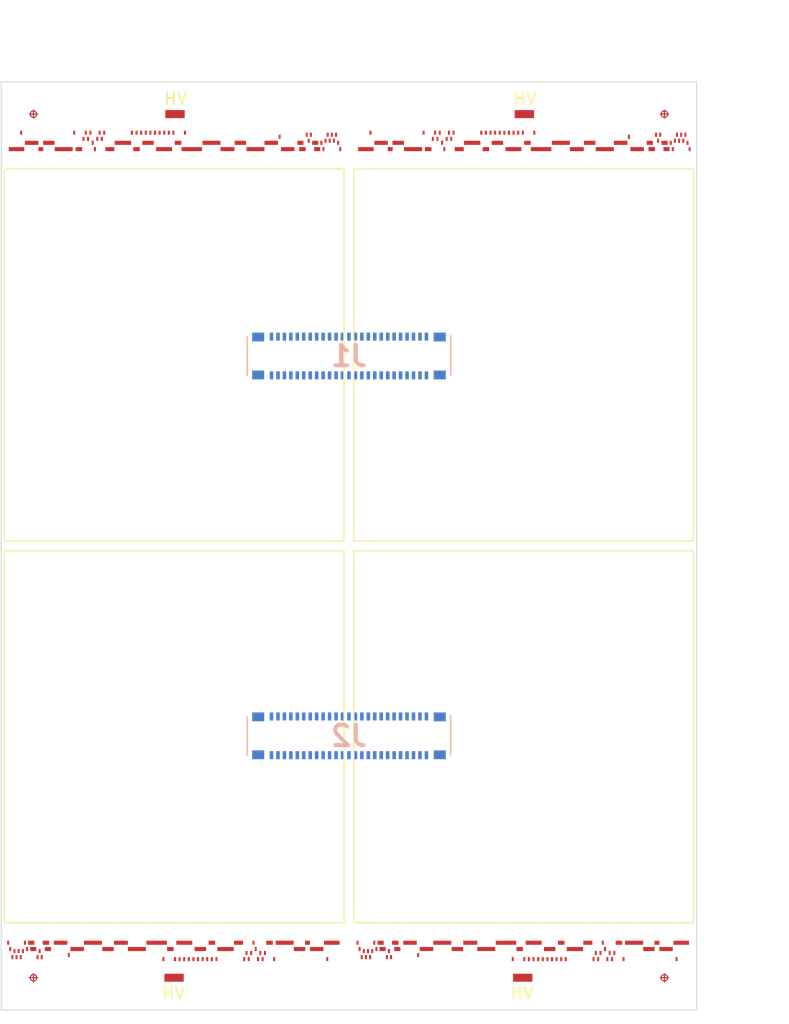
<source format=kicad_pcb>
(kicad_pcb (version 20211014) (generator pcbnew)
  (layers (0 "F.Cu" signal) (31 "B.Cu" signal) (34 "B.Paste" user) (35 "F.Paste" user) (36 "B.SilkS" user "B.Silkscreen") (37 "F.SilkS" user "F.Silkscreen") (38 "B.Mask" user) (39 "F.Mask" user) (44 "Edge.Cuts" user))
  (net 0 "")
  (net 1 "Net-(J1-PadMP4)")
  (net 2 "Net-(J1-PadMP3)")
  (net 3 "Net-(J1-PadMP2)")
  (net 4 "Net-(J1-PadMP1)")
  (net 5 "/01_N")
  (net 6 "/01_P")
  (net 7 "/11_P")
  (net 8 "/11_N")
  (net 9 "/10_P")
  (net 10 "/10_N")
  (net 11 "/09_P")
  (net 12 "/09_N")
  (net 13 "/08_P")
  (net 14 "/08_N")
  (net 15 "/07_P")
  (net 16 "/07_N")
  (net 17 "/06_P")
  (net 18 "/06_N")
  (net 19 "/05_P")
  (net 20 "/05_N")
  (net 21 "/04_P")
  (net 22 "/04_N")
  (net 23 "/03_P")
  (net 24 "/03_N")
  (net 25 "/02_P")
  (net 26 "/02_N")
  (net 27 "/12_P")
  (net 28 "/12_N")
  (net 29 "/13_P")
  (net 30 "/13_N")
  (net 31 "/24_P")
  (net 32 "/24_N")
  (net 33 "/23_P")
  (net 34 "/23_N")
  (net 35 "/22_P")
  (net 36 "/22_N")
  (net 37 "/21_P")
  (net 38 "/21_N")
  (net 39 "/20_P")
  (net 40 "/20_N")
  (net 41 "/19_P")
  (net 42 "/19_N")
  (net 43 "/18_P")
  (net 44 "/18_N")
  (net 45 "/17_P")
  (net 46 "/17_N")
  (net 47 "/16_P")
  (net 48 "/16_N")
  (net 49 "/15_P")
  (net 50 "/15_N")
  (net 51 "/14_P")
  (net 52 "/14_N")
  (net 53 "/30_N")
  (net 54 "/30_P")
  (net 55 "/28_N")
  (net 56 "/28_P")
  (net 57 "/27_N")
  (net 58 "/27_P")
  (net 59 "/26_N")
  (net 60 "/26_P")
  (net 61 "/49_N")
  (net 62 "/49_P")
  (net 63 "/48_N")
  (net 64 "/48_P")
  (net 65 "/47_N")
  (net 66 "/47_P")
  (net 67 "/46_N")
  (net 68 "/46_P")
  (net 69 "/45_N")
  (net 70 "/45_P")
  (net 71 "/44_N")
  (net 72 "/44_P")
  (net 73 "/43_N")
  (net 74 "/43_P")
  (net 75 "/42_N")
  (net 76 "/42_P")
  (net 77 "/41_N")
  (net 78 "/41_P")
  (net 79 "/40_N")
  (net 80 "/40_P")
  (net 81 "/39_N")
  (net 82 "/39_P")
  (net 83 "/38_N")
  (net 84 "/38_P")
  (net 85 "/37_N")
  (net 86 "/37_P")
  (net 87 "/36_N")
  (net 88 "/36_P")
  (net 89 "/35_N")
  (net 90 "/35_P")
  (net 91 "/34_N")
  (net 92 "/34_P")
  (net 93 "/33_N")
  (net 94 "/33_P")
  (net 95 "/32_N")
  (net 96 "/32_P")
  (net 97 "/31_N")
  (net 98 "/31_P")
  (net 99 "/29_N")
  (net 100 "/29_P")
  (net 101 "/S2")
  (net 102 "/S1")
  (net 103 "Net-(J2-PadMP4)")
  (net 104 "Net-(J2-PadMP3)")
  (net 105 "Net-(J2-PadMP2)")
  (net 106 "Net-(J2-PadMP1)")
  (footprint "MountingHole:MountingHole_2.2mm_M2" (layer "F.Cu") (at 21.55 55.9)
    (fp_text reference "REF**" hide)
    (fp_text value "MountingHole_2.2mm_M2" hide)
    (pad "" np_thru_hole circle locked (at 0 0) (size 2.2 2.2) (drill 2.2) (layers *.Cu *.Mask))
  )
  (footprint "unl_silab:crossed_circle_fiducial" (layer "F.Cu") (at 41.1 2)
    (fp_text reference "REF**" hide)
    (fp_text value "crossed_circle_fiducial" hide)
    (fp_line (start 0 -0.25) (end 0 0.25) (layer "F.Cu") (width 0.07))
    (fp_line (start 0.25 0) (end -0.25 0) (layer "F.Cu") (width 0.07))
    (fp_circle (center 0 0) (end 0.2 0) (layer "F.Cu") (width 0.07) (fill none))
  )
  (footprint "unl_silab:PCB_ETROC2_test" (layer "F.Cu") (at 32.32 50.7)
    (fp_text reference "" (at 0 0) (layer "F.SilkS") (effects (font (size 1.27 1.27))))
    (fp_text value "" (at 0 0) (layer "F.SilkS") (effects (font (size 1.27 1.27))))
    (fp_line (start 10.575671 1.397127) (end -10.471277 1.397127) (layer "F.SilkS") (width 0.0762))
    (fp_line (start 10.575671 -21.648293) (end 10.575671 1.397127) (layer "F.SilkS") (width 0.0762))
    (fp_line (start -10.471277 1.397127) (end -10.471277 -21.648293) (layer "F.SilkS") (width 0.0762))
    (fp_line (start -10.471277 -21.648293) (end 10.575671 -21.648293) (layer "F.SilkS") (width 0.0762))
    (pad "1" smd rect locked (at -10.239629 2.631873) (size 0.127 0.254) (layers "F.Cu" "F.Mask"))
    (pad "2" smd rect locked (at -10.109581 3.020747) (size 0.127 0.254) (layers "F.Cu" "F.Mask"))
    (pad "3" smd rect locked (at -9.979533 3.520873) (size 0.127 0.254) (layers "F.Cu" "F.Mask"))
    (pad "4" smd rect locked (at -9.849485 3.147747) (size 0.127 0.254) (layers "F.Cu" "F.Mask"))
    (pad "5" smd rect locked (at -9.719437 3.520873) (size 0.127 0.254) (layers "F.Cu" "F.Mask"))
    (pad "6" smd rect locked (at -9.589643 3.147747) (size 0.127 0.254) (layers "F.Cu" "F.Mask"))
    (pad "7" smd rect locked (at -9.459595 3.520873) (size 0.127 0.254) (layers "F.Cu" "F.Mask"))
    (pad "8" smd rect locked (at -9.329547 3.147747) (size 0.127 0.254) (layers "F.Cu" "F.Mask"))
    (pad "9" smd rect locked (at -9.199499 2.631873) (size 0.127 0.254) (layers "F.Cu" "F.Mask"))
    (pad "10" smd rect locked (at -9.069451 3.020747) (size 0.127 0.254) (layers "F.Cu" "F.Mask"))
    (pad "11" smd rect locked (at -8.809609 2.631873) (size 0.381 0.254) (layers "F.Cu" "F.Mask"))
    (pad "12" smd rect locked (at -8.686419 3.020747) (size 0.381 0.254) (layers "F.Cu" "F.Mask"))
    (pad "13" smd rect locked (at -8.419465 3.520873) (size 0.127 0.254) (layers "F.Cu" "F.Mask"))
    (pad "14" smd rect locked (at -8.289417 3.147747) (size 0.127 0.254) (layers "F.Cu" "F.Mask"))
    (pad "15" smd rect locked (at -8.159623 3.520873) (size 0.127 0.254) (layers "F.Cu" "F.Mask"))
    (pad "16" smd rect locked (at -7.896479 2.631873) (size 0.4064 0.254) (layers "F.Cu" "F.Mask"))
    (pad "17" smd rect locked (at -7.772527 3.020747) (size 0.381 0.254) (layers "F.Cu" "F.Mask"))
    (pad "19" smd rect locked (at -6.986651 2.631873) (size 0.8382 0.254) (layers "F.Cu" "F.Mask"))
    (pad "20" smd rect locked (at -6.481445 3.394381) (size 0.127 0.254) (layers "F.Cu" "F.Mask"))
    (pad "21" smd rect locked (at -5.964809 3.020747) (size 0.8382 0.254) (layers "F.Cu" "F.Mask"))
    (pad "22" smd rect locked (at -4.985639 2.631873) (size 1.1176 0.254) (layers "F.Cu" "F.Mask"))
    (pad "23" smd rect locked (at -4.050411 3.020747) (size 0.7112 0.254) (layers "F.Cu" "F.Mask"))
    (pad "24" smd rect locked (at -3.251327 2.631873) (size 0.8636 0.254) (layers "F.Cu" "F.Mask"))
    (pad "25" smd rect locked (at -2.261997 3.020747) (size 1.1176 0.254) (layers "F.Cu" "F.Mask"))
    (pad "26" smd rect locked (at -1.038225 2.631873) (size 1.27 0.254) (layers "F.Cu" "F.Mask"))
    (pad "27" smd rect locked (at -0.618617 3.647873) (size 0.127 0.254) (layers "F.Cu" "F.Mask"))
    (pad "28" smd rect locked (at -0.189611 3.020747) (size 0.4064 0.254) (layers "F.Cu" "F.Mask"))
    (pad "29" smd rect locked (at 0.096393 3.647873) (size 0.127 0.254) (layers "F.Cu" "F.Mask"))
    (pad "30" smd rect locked (at 0.382397 3.647873) (size 0.127 0.254) (layers "F.Cu" "F.Mask"))
    (pad "31" smd rect locked (at 0.668401 3.647873) (size 0.127 0.254) (layers "F.Cu" "F.Mask"))
    (pad "32" smd rect locked (at 0.677037 2.631873) (size 0.9906 0.254) (layers "F.Cu" "F.Mask"))
    (pad "33" smd rect locked (at 0.954405 3.647873) (size 0.127 0.254) (layers "F.Cu" "F.Mask"))
    (pad "34" smd rect locked (at 1.240409 3.647873) (size 0.127 0.254) (layers "F.Cu" "F.Mask"))
    (pad "35" smd rect locked (at 1.526413 3.647873) (size 0.127 0.254) (layers "F.Cu" "F.Mask"))
    (pad "36" smd rect locked (at 1.669415 3.020747) (size 0.7112 0.254) (layers "F.Cu" "F.Mask"))
    (pad "37" smd rect locked (at 1.812417 3.647873) (size 0.127 0.254) (layers "F.Cu" "F.Mask"))
    (pad "38" smd rect locked (at 2.098421 3.647873) (size 0.127 0.254) (layers "F.Cu" "F.Mask"))
    (pad "39" smd rect locked (at 2.384425 2.631873) (size 0.4064 0.254) (layers "F.Cu" "F.Mask"))
    (pad "40" smd rect locked (at 2.384425 3.647873) (size 0.127 0.254) (layers "F.Cu" "F.Mask"))
    (pad "41" smd rect locked (at 2.670429 3.647873) (size 0.127 0.254) (layers "F.Cu" "F.Mask"))
    (pad "42" smd rect locked (at 3.231007 3.020747) (size 1.016 0.254) (layers "F.Cu" "F.Mask"))
    (pad "43" smd rect locked (at 4.035933 2.631873) (size 0.5588 0.254) (layers "F.Cu" "F.Mask"))
    (pad "44" smd rect locked (at 4.386453 3.647873) (size 0.127 0.254) (layers "F.Cu" "F.Mask"))
    (pad "45" smd rect locked (at 4.529455 3.266873) (size 0.127 0.254) (layers "F.Cu" "F.Mask"))
    (pad "46" smd rect locked (at 4.672457 3.647873) (size 0.127 0.254) (layers "F.Cu" "F.Mask"))
    (pad "47" smd rect locked (at 4.815459 3.266873) (size 0.127 0.254) (layers "F.Cu" "F.Mask"))
    (pad "48" smd rect locked (at 4.958461 2.631873) (size 0.127 0.254) (layers "F.Cu" "F.Mask"))
    (pad "49" smd rect locked (at 5.101463 3.020747) (size 0.127 0.254) (layers "F.Cu" "F.Mask"))
    (pad "50" smd rect locked (at 5.244465 3.647873) (size 0.127 0.254) (layers "F.Cu" "F.Mask"))
    (pad "51" smd rect locked (at 5.387467 3.266873) (size 0.127 0.254) (layers "F.Cu" "F.Mask"))
    (pad "52" smd rect locked (at 5.530469 3.647873) (size 0.127 0.254) (layers "F.Cu" "F.Mask"))
    (pad "53" smd rect locked (at 5.673471 3.266873) (size 0.127 0.254) (layers "F.Cu" "F.Mask"))
    (pad "54" smd rect locked (at 5.959475 2.631873) (size 0.4064 0.254) (layers "F.Cu" "F.Mask"))
    (pad "55" smd rect locked (at 6.245479 3.647873) (size 0.127 0.254) (layers "F.Cu" "F.Mask"))
    (pad "56" smd rect locked (at 6.898259 2.631873) (size 1.1176 0.254) (layers "F.Cu" "F.Mask"))
    (pad "57" smd rect locked (at 7.818501 3.020747) (size 0.7112 0.254) (layers "F.Cu" "F.Mask"))
    (pad "58" smd rect locked (at 8.314309 2.631873) (size 0.3048 0.254) (layers "F.Cu" "F.Mask"))
    (pad "59" smd rect locked (at 8.880475 3.020747) (size 0.8382 0.254) (layers "F.Cu" "F.Mask"))
    (pad "60" smd rect locked (at 9.534525 3.647873) (size 0.127 0.254) (layers "F.Cu" "F.Mask"))
    (pad "61" smd rect locked (at 9.820529 2.631873) (size 0.9652 0.254) (layers "F.Cu" "F.Mask"))
  )
  (footprint "unl_silab:PCB_ETROC2_test" (layer "F.Cu") (at 32.42 6.8 180)
    (fp_text reference "" (at 0 0) (layer "F.SilkS") (effects (font (size 1.27 1.27))))
    (fp_text value "" (at 0 0) (layer "F.SilkS") (effects (font (size 1.27 1.27))))
    (fp_line (start -10.471277 -21.648293) (end 10.575671 -21.648293) (layer "F.SilkS") (width 0.0762))
    (fp_line (start 10.575671 -21.648293) (end 10.575671 1.397127) (layer "F.SilkS") (width 0.0762))
    (fp_line (start 10.575671 1.397127) (end -10.471277 1.397127) (layer "F.SilkS") (width 0.0762))
    (fp_line (start -10.471277 1.397127) (end -10.471277 -21.648293) (layer "F.SilkS") (width 0.0762))
    (pad "1" smd rect locked (at -10.239629 2.631873 180) (size 0.127 0.254) (layers "F.Cu" "F.Mask"))
    (pad "2" smd rect locked (at -10.109581 3.020747 180) (size 0.127 0.254) (layers "F.Cu" "F.Mask"))
    (pad "3" smd rect locked (at -9.979533 3.520873 180) (size 0.127 0.254) (layers "F.Cu" "F.Mask"))
    (pad "4" smd rect locked (at -9.849485 3.147747 180) (size 0.127 0.254) (layers "F.Cu" "F.Mask"))
    (pad "5" smd rect locked (at -9.719437 3.520873 180) (size 0.127 0.254) (layers "F.Cu" "F.Mask"))
    (pad "6" smd rect locked (at -9.589643 3.147747 180) (size 0.127 0.254) (layers "F.Cu" "F.Mask"))
    (pad "7" smd rect locked (at -9.459595 3.520873 180) (size 0.127 0.254) (layers "F.Cu" "F.Mask"))
    (pad "8" smd rect locked (at -9.329547 3.147747 180) (size 0.127 0.254) (layers "F.Cu" "F.Mask"))
    (pad "9" smd rect locked (at -9.199499 2.631873 180) (size 0.127 0.254) (layers "F.Cu" "F.Mask"))
    (pad "10" smd rect locked (at -9.069451 3.020747 180) (size 0.127 0.254) (layers "F.Cu" "F.Mask"))
    (pad "11" smd rect locked (at -8.809609 2.631873 180) (size 0.381 0.254) (layers "F.Cu" "F.Mask"))
    (pad "12" smd rect locked (at -8.686419 3.020747 180) (size 0.381 0.254) (layers "F.Cu" "F.Mask"))
    (pad "13" smd rect locked (at -8.419465 3.520873 180) (size 0.127 0.254) (layers "F.Cu" "F.Mask"))
    (pad "14" smd rect locked (at -8.289417 3.147747 180) (size 0.127 0.254) (layers "F.Cu" "F.Mask"))
    (pad "15" smd rect locked (at -8.159623 3.520873 180) (size 0.127 0.254) (layers "F.Cu" "F.Mask"))
    (pad "16" smd rect locked (at -7.896479 2.631873 180) (size 0.4064 0.254) (layers "F.Cu" "F.Mask"))
    (pad "17" smd rect locked (at -7.772527 3.020747 180) (size 0.381 0.254) (layers "F.Cu" "F.Mask"))
    (pad "19" smd rect locked (at -6.986651 2.631873 180) (size 0.8382 0.254) (layers "F.Cu" "F.Mask"))
    (pad "20" smd rect locked (at -6.481445 3.394381 180) (size 0.127 0.254) (layers "F.Cu" "F.Mask"))
    (pad "21" smd rect locked (at -5.964809 3.020747 180) (size 0.8382 0.254) (layers "F.Cu" "F.Mask"))
    (pad "22" smd rect locked (at -4.985639 2.631873 180) (size 1.1176 0.254) (layers "F.Cu" "F.Mask"))
    (pad "23" smd rect locked (at -4.050411 3.020747 180) (size 0.7112 0.254) (layers "F.Cu" "F.Mask"))
    (pad "24" smd rect locked (at -3.251327 2.631873 180) (size 0.8636 0.254) (layers "F.Cu" "F.Mask"))
    (pad "25" smd rect locked (at -2.261997 3.020747 180) (size 1.1176 0.254) (layers "F.Cu" "F.Mask"))
    (pad "26" smd rect locked (at -1.038225 2.631873 180) (size 1.27 0.254) (layers "F.Cu" "F.Mask"))
    (pad "27" smd rect locked (at -0.618617 3.647873 180) (size 0.127 0.254) (layers "F.Cu" "F.Mask"))
    (pad "28" smd rect locked (at -0.189611 3.020747 180) (size 0.4064 0.254) (layers "F.Cu" "F.Mask"))
    (pad "29" smd rect locked (at 0.096393 3.647873 180) (size 0.127 0.254) (layers "F.Cu" "F.Mask"))
    (pad "30" smd rect locked (at 0.382397 3.647873 180) (size 0.127 0.254) (layers "F.Cu" "F.Mask"))
    (pad "31" smd rect locked (at 0.668401 3.647873 180) (size 0.127 0.254) (layers "F.Cu" "F.Mask"))
    (pad "32" smd rect locked (at 0.677037 2.631873 180) (size 0.9906 0.254) (layers "F.Cu" "F.Mask"))
    (pad "33" smd rect locked (at 0.954405 3.647873 180) (size 0.127 0.254) (layers "F.Cu" "F.Mask"))
    (pad "34" smd rect locked (at 1.240409 3.647873 180) (size 0.127 0.254) (layers "F.Cu" "F.Mask"))
    (pad "35" smd rect locked (at 1.526413 3.647873 180) (size 0.127 0.254) (layers "F.Cu" "F.Mask"))
    (pad "36" smd rect locked (at 1.669415 3.020747 180) (size 0.7112 0.254) (layers "F.Cu" "F.Mask"))
    (pad "37" smd rect locked (at 1.812417 3.647873 180) (size 0.127 0.254) (layers "F.Cu" "F.Mask"))
    (pad "38" smd rect locked (at 2.098421 3.647873 180) (size 0.127 0.254) (layers "F.Cu" "F.Mask"))
    (pad "39" smd rect locked (at 2.384425 2.631873 180) (size 0.4064 0.254) (layers "F.Cu" "F.Mask"))
    (pad "40" smd rect locked (at 2.384425 3.647873 180) (size 0.127 0.254) (layers "F.Cu" "F.Mask"))
    (pad "41" smd rect locked (at 2.670429 3.647873 180) (size 0.127 0.254) (layers "F.Cu" "F.Mask"))
    (pad "42" smd rect locked (at 3.231007 3.020747 180) (size 1.016 0.254) (layers "F.Cu" "F.Mask"))
    (pad "43" smd rect locked (at 4.035933 2.631873 180) (size 0.5588 0.254) (layers "F.Cu" "F.Mask"))
    (pad "44" smd rect locked (at 4.386453 3.647873 180) (size 0.127 0.254) (layers "F.Cu" "F.Mask"))
    (pad "45" smd rect locked (at 4.529455 3.266873 180) (size 0.127 0.254) (layers "F.Cu" "F.Mask"))
    (pad "46" smd rect locked (at 4.672457 3.647873 180) (size 0.127 0.254) (layers "F.Cu" "F.Mask"))
    (pad "47" smd rect locked (at 4.815459 3.266873 180) (size 0.127 0.254) (layers "F.Cu" "F.Mask"))
    (pad "48" smd rect locked (at 4.958461 2.631873 180) (size 0.127 0.254) (layers "F.Cu" "F.Mask"))
    (pad "49" smd rect locked (at 5.101463 3.020747 180) (size 0.127 0.254) (layers "F.Cu" "F.Mask"))
    (pad "50" smd rect locked (at 5.244465 3.647873 180) (size 0.127 0.254) (layers "F.Cu" "F.Mask"))
    (pad "51" smd rect locked (at 5.387467 3.266873 180) (size 0.127 0.254) (layers "F.Cu" "F.Mask"))
    (pad "52" smd rect locked (at 5.530469 3.647873 180) (size 0.127 0.254) (layers "F.Cu" "F.Mask"))
    (pad "53" smd rect locked (at 5.673471 3.266873 180) (size 0.127 0.254) (layers "F.Cu" "F.Mask"))
    (pad "54" smd rect locked (at 5.959475 2.631873 180) (size 0.4064 0.254) (layers "F.Cu" "F.Mask"))
    (pad "55" smd rect locked (at 6.245479 3.647873 180) (size 0.127 0.254) (layers "F.Cu" "F.Mask"))
    (pad "56" smd rect locked (at 6.898259 2.631873 180) (size 1.1176 0.254) (layers "F.Cu" "F.Mask"))
    (pad "57" smd rect locked (at 7.818501 3.020747 180) (size 0.7112 0.254) (layers "F.Cu" "F.Mask"))
    (pad "58" smd rect locked (at 8.314309 2.631873 180) (size 0.3048 0.254) (layers "F.Cu" "F.Mask"))
    (pad "59" smd rect locked (at 8.880475 3.020747 180) (size 0.8382 0.254) (layers "F.Cu" "F.Mask"))
    (pad "60" smd rect locked (at 9.534525 3.647873 180) (size 0.127 0.254) (layers "F.Cu" "F.Mask"))
    (pad "61" smd rect locked (at 9.820529 2.631873 180) (size 0.9652 0.254) (layers "F.Cu" "F.Mask"))
  )
  (footprint "unl_silab:PCB_ETROC2_test" (layer "F.Cu") (at 10.67 50.7)
    (fp_text reference "" (at 0 0) (layer "F.SilkS") (effects (font (size 1.27 1.27))))
    (fp_text value "" (at 0 0) (layer "F.SilkS") (effects (font (size 1.27 1.27))))
    (fp_line (start -10.471277 1.397127) (end -10.471277 -21.648293) (layer "F.SilkS") (width 0.0762))
    (fp_line (start 10.575671 -21.648293) (end 10.575671 1.397127) (layer "F.SilkS") (width 0.0762))
    (fp_line (start 10.575671 1.397127) (end -10.471277 1.397127) (layer "F.SilkS") (width 0.0762))
    (fp_line (start -10.471277 -21.648293) (end 10.575671 -21.648293) (layer "F.SilkS") (width 0.0762))
    (pad "1" smd rect locked (at -10.239629 2.631873) (size 0.127 0.254) (layers "F.Cu" "F.Mask"))
    (pad "2" smd rect locked (at -10.109581 3.020747) (size 0.127 0.254) (layers "F.Cu" "F.Mask"))
    (pad "3" smd rect locked (at -9.979533 3.520873) (size 0.127 0.254) (layers "F.Cu" "F.Mask"))
    (pad "4" smd rect locked (at -9.849485 3.147747) (size 0.127 0.254) (layers "F.Cu" "F.Mask"))
    (pad "5" smd rect locked (at -9.719437 3.520873) (size 0.127 0.254) (layers "F.Cu" "F.Mask"))
    (pad "6" smd rect locked (at -9.589643 3.147747) (size 0.127 0.254) (layers "F.Cu" "F.Mask"))
    (pad "7" smd rect locked (at -9.459595 3.520873) (size 0.127 0.254) (layers "F.Cu" "F.Mask"))
    (pad "8" smd rect locked (at -9.329547 3.147747) (size 0.127 0.254) (layers "F.Cu" "F.Mask"))
    (pad "9" smd rect locked (at -9.199499 2.631873) (size 0.127 0.254) (layers "F.Cu" "F.Mask"))
    (pad "10" smd rect locked (at -9.069451 3.020747) (size 0.127 0.254) (layers "F.Cu" "F.Mask"))
    (pad "11" smd rect locked (at -8.809609 2.631873) (size 0.381 0.254) (layers "F.Cu" "F.Mask"))
    (pad "12" smd rect locked (at -8.686419 3.020747) (size 0.381 0.254) (layers "F.Cu" "F.Mask"))
    (pad "13" smd rect locked (at -8.419465 3.520873) (size 0.127 0.254) (layers "F.Cu" "F.Mask"))
    (pad "14" smd rect locked (at -8.289417 3.147747) (size 0.127 0.254) (layers "F.Cu" "F.Mask"))
    (pad "15" smd rect locked (at -8.159623 3.520873) (size 0.127 0.254) (layers "F.Cu" "F.Mask"))
    (pad "16" smd rect locked (at -7.896479 2.631873) (size 0.4064 0.254) (layers "F.Cu" "F.Mask"))
    (pad "17" smd rect locked (at -7.772527 3.020747) (size 0.381 0.254) (layers "F.Cu" "F.Mask"))
    (pad "19" smd rect locked (at -6.986651 2.631873) (size 0.8382 0.254) (layers "F.Cu" "F.Mask"))
    (pad "20" smd rect locked (at -6.481445 3.394381) (size 0.127 0.254) (layers "F.Cu" "F.Mask"))
    (pad "21" smd rect locked (at -5.964809 3.020747) (size 0.8382 0.254) (layers "F.Cu" "F.Mask"))
    (pad "22" smd rect locked (at -4.985639 2.631873) (size 1.1176 0.254) (layers "F.Cu" "F.Mask"))
    (pad "23" smd rect locked (at -4.050411 3.020747) (size 0.7112 0.254) (layers "F.Cu" "F.Mask"))
    (pad "24" smd rect locked (at -3.251327 2.631873) (size 0.8636 0.254) (layers "F.Cu" "F.Mask"))
    (pad "25" smd rect locked (at -2.261997 3.020747) (size 1.1176 0.254) (layers "F.Cu" "F.Mask"))
    (pad "26" smd rect locked (at -1.038225 2.631873) (size 1.27 0.254) (layers "F.Cu" "F.Mask"))
    (pad "27" smd rect locked (at -0.618617 3.647873) (size 0.127 0.254) (layers "F.Cu" "F.Mask"))
    (pad "28" smd rect locked (at -0.189611 3.020747) (size 0.4064 0.254) (layers "F.Cu" "F.Mask"))
    (pad "29" smd rect locked (at 0.096393 3.647873) (size 0.127 0.254) (layers "F.Cu" "F.Mask"))
    (pad "30" smd rect locked (at 0.382397 3.647873) (size 0.127 0.254) (layers "F.Cu" "F.Mask"))
    (pad "31" smd rect locked (at 0.668401 3.647873) (size 0.127 0.254) (layers "F.Cu" "F.Mask"))
    (pad "32" smd rect locked (at 0.677037 2.631873) (size 0.9906 0.254) (layers "F.Cu" "F.Mask"))
    (pad "33" smd rect locked (at 0.954405 3.647873) (size 0.127 0.254) (layers "F.Cu" "F.Mask"))
    (pad "34" smd rect locked (at 1.240409 3.647873) (size 0.127 0.254) (layers "F.Cu" "F.Mask"))
    (pad "35" smd rect locked (at 1.526413 3.647873) (size 0.127 0.254) (layers "F.Cu" "F.Mask"))
    (pad "36" smd rect locked (at 1.669415 3.020747) (size 0.7112 0.254) (layers "F.Cu" "F.Mask"))
    (pad "37" smd rect locked (at 1.812417 3.647873) (size 0.127 0.254) (layers "F.Cu" "F.Mask"))
    (pad "38" smd rect locked (at 2.098421 3.647873) (size 0.127 0.254) (layers "F.Cu" "F.Mask"))
    (pad "39" smd rect locked (at 2.384425 2.631873) (size 0.4064 0.254) (layers "F.Cu" "F.Mask"))
    (pad "40" smd rect locked (at 2.384425 3.647873) (size 0.127 0.254) (layers "F.Cu" "F.Mask"))
    (pad "41" smd rect locked (at 2.670429 3.647873) (size 0.127 0.254) (layers "F.Cu" "F.Mask"))
    (pad "42" smd rect locked (at 3.231007 3.020747) (size 1.016 0.254) (layers "F.Cu" "F.Mask"))
    (pad "43" smd rect locked (at 4.035933 2.631873) (size 0.5588 0.254) (layers "F.Cu" "F.Mask"))
    (pad "44" smd rect locked (at 4.386453 3.647873) (size 0.127 0.254) (layers "F.Cu" "F.Mask"))
    (pad "45" smd rect locked (at 4.529455 3.266873) (size 0.127 0.254) (layers "F.Cu" "F.Mask"))
    (pad "46" smd rect locked (at 4.672457 3.647873) (size 0.127 0.254) (layers "F.Cu" "F.Mask"))
    (pad "47" smd rect locked (at 4.815459 3.266873) (size 0.127 0.254) (layers "F.Cu" "F.Mask"))
    (pad "48" smd rect locked (at 4.958461 2.631873) (size 0.127 0.254) (layers "F.Cu" "F.Mask"))
    (pad "49" smd rect locked (at 5.101463 3.020747) (size 0.127 0.254) (layers "F.Cu" "F.Mask"))
    (pad "50" smd rect locked (at 5.244465 3.647873) (size 0.127 0.254) (layers "F.Cu" "F.Mask"))
    (pad "51" smd rect locked (at 5.387467 3.266873) (size 0.127 0.254) (layers "F.Cu" "F.Mask"))
    (pad "52" smd rect locked (at 5.530469 3.647873) (size 0.127 0.254) (layers "F.Cu" "F.Mask"))
    (pad "53" smd rect locked (at 5.673471 3.266873) (size 0.127 0.254) (layers "F.Cu" "F.Mask"))
    (pad "54" smd rect locked (at 5.959475 2.631873) (size 0.4064 0.254) (layers "F.Cu" "F.Mask"))
    (pad "55" smd rect locked (at 6.245479 3.647873) (size 0.127 0.254) (layers "F.Cu" "F.Mask"))
    (pad "56" smd rect locked (at 6.898259 2.631873) (size 1.1176 0.254) (layers "F.Cu" "F.Mask"))
    (pad "57" smd rect locked (at 7.818501 3.020747) (size 0.7112 0.254) (layers "F.Cu" "F.Mask"))
    (pad "58" smd rect locked (at 8.314309 2.631873) (size 0.3048 0.254) (layers "F.Cu" "F.Mask"))
    (pad "59" smd rect locked (at 8.880475 3.020747) (size 0.8382 0.254) (layers "F.Cu" "F.Mask"))
    (pad "60" smd rect locked (at 9.534525 3.647873) (size 0.127 0.254) (layers "F.Cu" "F.Mask"))
    (pad "61" smd rect locked (at 9.820529 2.631873) (size 0.9652 0.254) (layers "F.Cu" "F.Mask"))
  )
  (footprint "unl_silab:PCB_ETROC2_test" (layer "F.Cu") (at 10.77 6.8 180)
    (fp_text reference "" (at 0 0) (layer "F.SilkS") (effects (font (size 1.27 1.27))))
    (fp_text value "" (at 0 0) (layer "F.SilkS") (effects (font (size 1.27 1.27))))
    (fp_line (start 10.575671 -21.648293) (end 10.575671 1.397127) (layer "F.SilkS") (width 0.0762))
    (fp_line (start -10.471277 -21.648293) (end 10.575671 -21.648293) (layer "F.SilkS") (width 0.0762))
    (fp_line (start -10.471277 1.397127) (end -10.471277 -21.648293) (layer "F.SilkS") (width 0.0762))
    (fp_line (start 10.575671 1.397127) (end -10.471277 1.397127) (layer "F.SilkS") (width 0.0762))
    (pad "1" smd rect locked (at -10.239629 2.631873 180) (size 0.127 0.254) (layers "F.Cu" "F.Mask"))
    (pad "2" smd rect locked (at -10.109581 3.020747 180) (size 0.127 0.254) (layers "F.Cu" "F.Mask"))
    (pad "3" smd rect locked (at -9.979533 3.520873 180) (size 0.127 0.254) (layers "F.Cu" "F.Mask"))
    (pad "4" smd rect locked (at -9.849485 3.147747 180) (size 0.127 0.254) (layers "F.Cu" "F.Mask"))
    (pad "5" smd rect locked (at -9.719437 3.520873 180) (size 0.127 0.254) (layers "F.Cu" "F.Mask"))
    (pad "6" smd rect locked (at -9.589643 3.147747 180) (size 0.127 0.254) (layers "F.Cu" "F.Mask"))
    (pad "7" smd rect locked (at -9.459595 3.520873 180) (size 0.127 0.254) (layers "F.Cu" "F.Mask"))
    (pad "8" smd rect locked (at -9.329547 3.147747 180) (size 0.127 0.254) (layers "F.Cu" "F.Mask"))
    (pad "9" smd rect locked (at -9.199499 2.631873 180) (size 0.127 0.254) (layers "F.Cu" "F.Mask"))
    (pad "10" smd rect locked (at -9.069451 3.020747 180) (size 0.127 0.254) (layers "F.Cu" "F.Mask"))
    (pad "11" smd rect locked (at -8.809609 2.631873 180) (size 0.381 0.254) (layers "F.Cu" "F.Mask"))
    (pad "12" smd rect locked (at -8.686419 3.020747 180) (size 0.381 0.254) (layers "F.Cu" "F.Mask"))
    (pad "13" smd rect locked (at -8.419465 3.520873 180) (size 0.127 0.254) (layers "F.Cu" "F.Mask"))
    (pad "14" smd rect locked (at -8.289417 3.147747 180) (size 0.127 0.254) (layers "F.Cu" "F.Mask"))
    (pad "15" smd rect locked (at -8.159623 3.520873 180) (size 0.127 0.254) (layers "F.Cu" "F.Mask"))
    (pad "16" smd rect locked (at -7.896479 2.631873 180) (size 0.4064 0.254) (layers "F.Cu" "F.Mask"))
    (pad "17" smd rect locked (at -7.772527 3.020747 180) (size 0.381 0.254) (layers "F.Cu" "F.Mask"))
    (pad "19" smd rect locked (at -6.986651 2.631873 180) (size 0.8382 0.254) (layers "F.Cu" "F.Mask"))
    (pad "20" smd rect locked (at -6.481445 3.394381 180) (size 0.127 0.254) (layers "F.Cu" "F.Mask"))
    (pad "21" smd rect locked (at -5.964809 3.020747 180) (size 0.8382 0.254) (layers "F.Cu" "F.Mask"))
    (pad "22" smd rect locked (at -4.985639 2.631873 180) (size 1.1176 0.254) (layers "F.Cu" "F.Mask"))
    (pad "23" smd rect locked (at -4.050411 3.020747 180) (size 0.7112 0.254) (layers "F.Cu" "F.Mask"))
    (pad "24" smd rect locked (at -3.251327 2.631873 180) (size 0.8636 0.254) (layers "F.Cu" "F.Mask"))
    (pad "25" smd rect locked (at -2.261997 3.020747 180) (size 1.1176 0.254) (layers "F.Cu" "F.Mask"))
    (pad "26" smd rect locked (at -1.038225 2.631873 180) (size 1.27 0.254) (layers "F.Cu" "F.Mask"))
    (pad "27" smd rect locked (at -0.618617 3.647873 180) (size 0.127 0.254) (layers "F.Cu" "F.Mask"))
    (pad "28" smd rect locked (at -0.189611 3.020747 180) (size 0.4064 0.254) (layers "F.Cu" "F.Mask"))
    (pad "29" smd rect locked (at 0.096393 3.647873 180) (size 0.127 0.254) (layers "F.Cu" "F.Mask"))
    (pad "30" smd rect locked (at 0.382397 3.647873 180) (size 0.127 0.254) (layers "F.Cu" "F.Mask"))
    (pad "31" smd rect locked (at 0.668401 3.647873 180) (size 0.127 0.254) (layers "F.Cu" "F.Mask"))
    (pad "32" smd rect locked (at 0.677037 2.631873 180) (size 0.9906 0.254) (layers "F.Cu" "F.Mask"))
    (pad "33" smd rect locked (at 0.954405 3.647873 180) (size 0.127 0.254) (layers "F.Cu" "F.Mask"))
    (pad "34" smd rect locked (at 1.240409 3.647873 180) (size 0.127 0.254) (layers "F.Cu" "F.Mask"))
    (pad "35" smd rect locked (at 1.526413 3.647873 180) (size 0.127 0.254) (layers "F.Cu" "F.Mask"))
    (pad "36" smd rect locked (at 1.669415 3.020747 180) (size 0.7112 0.254) (layers "F.Cu" "F.Mask"))
    (pad "37" smd rect locked (at 1.812417 3.647873 180) (size 0.127 0.254) (layers "F.Cu" "F.Mask"))
    (pad "38" smd rect locked (at 2.098421 3.647873 180) (size 0.127 0.254) (layers "F.Cu" "F.Mask"))
    (pad "39" smd rect locked (at 2.384425 2.631873 180) (size 0.4064 0.254) (layers "F.Cu" "F.Mask"))
    (pad "40" smd rect locked (at 2.384425 3.647873 180) (size 0.127 0.254) (layers "F.Cu" "F.Mask"))
    (pad "41" smd rect locked (at 2.670429 3.647873 180) (size 0.127 0.254) (layers "F.Cu" "F.Mask"))
    (pad "42" smd rect locked (at 3.231007 3.020747 180) (size 1.016 0.254) (layers "F.Cu" "F.Mask"))
    (pad "43" smd rect locked (at 4.035933 2.631873 180) (size 0.5588 0.254) (layers "F.Cu" "F.Mask"))
    (pad "44" smd rect locked (at 4.386453 3.647873 180) (size 0.127 0.254) (layers "F.Cu" "F.Mask"))
    (pad "45" smd rect locked (at 4.529455 3.266873 180) (size 0.127 0.254) (layers "F.Cu" "F.Mask"))
    (pad "46" smd rect locked (at 4.672457 3.647873 180) (size 0.127 0.254) (layers "F.Cu" "F.Mask"))
    (pad "47" smd rect locked (at 4.815459 3.266873 180) (size 0.127 0.254) (layers "F.Cu" "F.Mask"))
    (pad "48" smd rect locked (at 4.958461 2.631873 180) (size 0.127 0.254) (layers "F.Cu" "F.Mask"))
    (pad "49" smd rect locked (at 5.101463 3.020747 180) (size 0.127 0.254) (layers "F.Cu" "F.Mask"))
    (pad "50" smd rect locked (at 5.244465 3.647873 180) (size 0.127 0.254) (layers "F.Cu" "F.Mask"))
    (pad "51" smd rect locked (at 5.387467 3.266873 180) (size 0.127 0.254) (layers "F.Cu" "F.Mask"))
    (pad "52" smd rect locked (at 5.530469 3.647873 180) (size 0.127 0.254) (layers "F.Cu" "F.Mask"))
    (pad "53" smd rect locked (at 5.673471 3.266873 180) (size 0.127 0.254) (layers "F.Cu" "F.Mask"))
    (pad "54" smd rect locked (at 5.959475 2.631873 180) (size 0.4064 0.254) (layers "F.Cu" "F.Mask"))
    (pad "55" smd rect locked (at 6.245479 3.647873 180) (size 0.127 0.254) (layers "F.Cu" "F.Mask"))
    (pad "56" smd rect locked (at 6.898259 2.631873 180) (size 1.1176 0.254) (layers "F.Cu" "F.Mask"))
    (pad "57" smd rect locked (at 7.818501 3.020747 180) (size 0.7112 0.254) (layers "F.Cu" "F.Mask"))
    (pad "58" smd rect locked (at 8.314309 2.631873 180) (size 0.3048 0.254) (layers "F.Cu" "F.Mask"))
    (pad "59" smd rect locked (at 8.880475 3.020747 180) (size 0.8382 0.254) (layers "F.Cu" "F.Mask"))
    (pad "60" smd rect locked (at 9.534525 3.647873 180) (size 0.127 0.254) (layers "F.Cu" "F.Mask"))
    (pad "61" smd rect locked (at 9.820529 2.631873 180) (size 0.9652 0.254) (layers "F.Cu" "F.Mask"))
  )
  (footprint "unl_silab:crossed_circle_fiducial" (layer "F.Cu") (at 2 55.5)
    (fp_text reference "REF**" hide)
    (fp_text value "crossed_circle_fiducial" hide)
    (fp_line (start 0.25 0) (end -0.25 0) (layer "F.Cu") (width 0.07))
    (fp_line (start 0 -0.25) (end 0 0.25) (layer "F.Cu") (width 0.07))
    (fp_circle (center 0 0) (end 0.2 0) (layer "F.Cu") (width 0.07) (fill none))
  )
  (footprint "unl_silab:crossed_circle_fiducial" (layer "F.Cu") (at 41.1 55.5)
    (fp_text reference "REF**" hide)
    (fp_text value "crossed_circle_fiducial" hide)
    (fp_line (start 0.25 0) (end -0.25 0) (layer "F.Cu") (width 0.07))
    (fp_line (start 0 -0.25) (end 0 0.25) (layer "F.Cu") (width 0.07))
    (fp_circle (center 0 0) (end 0.2 0) (layer "F.Cu") (width 0.07) (fill none))
  )
  (footprint "MountingHole:MountingHole_2.2mm_M2" (layer "F.Cu") (at 21.55 1.6)
    (fp_text reference "REF**" hide)
    (fp_text value "MountingHole_2.2mm_M2" hide)
    (pad "" np_thru_hole circle locked (at 0 0) (size 2.2 2.2) (drill 2.2) (layers *.Cu *.Mask))
  )
  (footprint "unl_silab:HV-Pad" (layer "F.Cu") (at 10.71 55.5)
    (fp_text reference "REF**" hide)
    (fp_text value "HV" (at -0.04 0.95) (layer "F.SilkS") (effects (font (size 0.75 0.75) (thickness 0.12))))
    (pad "1" smd rect locked (at 0 0) (size 1.2 0.5) (layers "F.Cu" "F.Mask"))
  )
  (footprint "unl_silab:HV-Pad" (layer "F.Cu") (at 32.32 55.5)
    (fp_text reference "REF**" hide)
    (fp_text value "HV" (at -0.04 0.95) (layer "F.SilkS") (effects (font (size 0.75 0.75) (thickness 0.12))))
    (pad "1" smd rect locked (at 0 0) (size 1.2 0.5) (layers "F.Cu" "F.Mask"))
  )
  (footprint "unl_silab:HV-Pad" (layer "F.Cu") (at 32.42 2 180)
    (fp_text reference "REF**" hide)
    (fp_text value "HV" (at -0.04 0.95) (layer "F.SilkS") (effects (font (size 0.75 0.75) (thickness 0.12))))
    (pad "1" smd rect locked (at 0 0 180) (size 1.2 0.5) (layers "F.Cu" "F.Mask"))
  )
  (footprint "unl_silab:HV-Pad" (layer "F.Cu") (at 10.77 2 180)
    (fp_text reference "REF**" hide)
    (fp_text value "HV" (at -0.04 0.95) (layer "F.SilkS") (effects (font (size 0.75 0.75) (thickness 0.12))))
    (pad "1" smd rect locked (at 0 0 180) (size 1.2 0.5) (layers "F.Cu" "F.Mask"))
  )
  (footprint "unl_silab:crossed_circle_fiducial" (layer "F.Cu") (at 2 2)
    (fp_text reference "REF**" hide)
    (fp_text value "crossed_circle_fiducial" hide)
    (fp_line (start 0 -0.25) (end 0 0.25) (layer "F.Cu") (width 0.07))
    (fp_line (start 0.25 0) (end -0.25 0) (layer "F.Cu") (width 0.07))
    (fp_circle (center 0 0) (end 0.2 0) (layer "F.Cu") (width 0.07) (fill none))
  )
  (footprint "SamacSys_Parts:WP7BS050VA1R8000" (layer "B.Cu") (at 21.55 16.9845)
    (fp_text reference "J1" (at 0 0) (layer "B.SilkS") (effects (font (size 1.27 1.27) (thickness 0.254)) (justify mirror)))
    (fp_text value "WP7B-S050VA1-R8000" hide)
    (fp_line (start -6.3 1.2) (end -6.3 -1.175) (layer "B.SilkS") (width 0.1))
    (fp_line (start 6.3 1.175) (end 6.3 -1.25) (layer "B.SilkS") (width 0.1))
    (pad "1" smd rect locked (at -4.8 -1.2) (size 0.22 0.5) (layers "B.Cu" "B.Paste" "B.Mask") (net 60 "/26_P"))
    (pad "2" smd rect locked (at -4.8 1.2) (size 0.22 0.5) (layers "B.Cu" "B.Paste" "B.Mask") (net 59 "/26_N"))
    (pad "3" smd rect locked (at -4.4 -1.2) (size 0.22 0.5) (layers "B.Cu" "B.Paste" "B.Mask") (net 58 "/27_P"))
    (pad "4" smd rect locked (at -4.4 1.2) (size 0.22 0.5) (layers "B.Cu" "B.Paste" "B.Mask") (net 57 "/27_N"))
    (pad "5" smd rect locked (at -4 -1.2) (size 0.22 0.5) (layers "B.Cu" "B.Paste" "B.Mask") (net 56 "/28_P"))
    (pad "6" smd rect locked (at -4 1.2) (size 0.22 0.5) (layers "B.Cu" "B.Paste" "B.Mask") (net 55 "/28_N"))
    (pad "7" smd rect locked (at -3.6 -1.2) (size 0.22 0.5) (layers "B.Cu" "B.Paste" "B.Mask") (net 100 "/29_P"))
    (pad "8" smd rect locked (at -3.6 1.2) (size 0.22 0.5) (layers "B.Cu" "B.Paste" "B.Mask") (net 99 "/29_N"))
    (pad "9" smd rect locked (at -3.2 -1.2) (size 0.22 0.5) (layers "B.Cu" "B.Paste" "B.Mask") (net 54 "/30_P"))
    (pad "10" smd rect locked (at -3.2 1.2) (size 0.22 0.5) (layers "B.Cu" "B.Paste" "B.Mask") (net 53 "/30_N"))
    (pad "11" smd rect locked (at -2.8 -1.2) (size 0.22 0.5) (layers "B.Cu" "B.Paste" "B.Mask") (net 98 "/31_P"))
    (pad "12" smd rect locked (at -2.8 1.2) (size 0.22 0.5) (layers "B.Cu" "B.Paste" "B.Mask") (net 97 "/31_N"))
    (pad "13" smd rect locked (at -2.4 -1.2) (size 0.22 0.5) (layers "B.Cu" "B.Paste" "B.Mask") (net 96 "/32_P"))
    (pad "14" smd rect locked (at -2.4 1.2) (size 0.22 0.5) (layers "B.Cu" "B.Paste" "B.Mask") (net 95 "/32_N"))
    (pad "15" smd rect locked (at -2 -1.2) (size 0.22 0.5) (layers "B.Cu" "B.Paste" "B.Mask") (net 94 "/33_P"))
    (pad "16" smd rect locked (at -2 1.2) (size 0.22 0.5) (layers "B.Cu" "B.Paste" "B.Mask") (net 93 "/33_N"))
    (pad "17" smd rect locked (at -1.6 -1.2) (size 0.22 0.5) (layers "B.Cu" "B.Paste" "B.Mask") (net 92 "/34_P"))
    (pad "18" smd rect locked (at -1.6 1.2) (size 0.22 0.5) (layers "B.Cu" "B.Paste" "B.Mask") (net 91 "/34_N"))
    (pad "19" smd rect locked (at -1.2 -1.2) (size 0.22 0.5) (layers "B.Cu" "B.Paste" "B.Mask") (net 90 "/35_P"))
    (pad "20" smd rect locked (at -1.2 1.2) (size 0.22 0.5) (layers "B.Cu" "B.Paste" "B.Mask") (net 89 "/35_N"))
    (pad "21" smd rect locked (at -0.8 -1.2) (size 0.22 0.5) (layers "B.Cu" "B.Paste" "B.Mask") (net 88 "/36_P"))
    (pad "22" smd rect locked (at -0.8 1.2) (size 0.22 0.5) (layers "B.Cu" "B.Paste" "B.Mask") (net 87 "/36_N"))
    (pad "23" smd rect locked (at -0.4 -1.2) (size 0.22 0.5) (layers "B.Cu" "B.Paste" "B.Mask") (net 86 "/37_P"))
    (pad "24" smd rect locked (at -0.4 1.2) (size 0.22 0.5) (layers "B.Cu" "B.Paste" "B.Mask") (net 85 "/37_N"))
    (pad "25" smd rect locked (at 0 -1.2) (size 0.22 0.5) (layers "B.Cu" "B.Paste" "B.Mask") (net 84 "/38_P"))
    (pad "26" smd rect locked (at 0 1.2) (size 0.22 0.5) (layers "B.Cu" "B.Paste" "B.Mask") (net 83 "/38_N"))
    (pad "27" smd rect locked (at 0.4 -1.2) (size 0.22 0.5) (layers "B.Cu" "B.Paste" "B.Mask") (net 82 "/39_P"))
    (pad "28" smd rect locked (at 0.4 1.2) (size 0.22 0.5) (layers "B.Cu" "B.Paste" "B.Mask") (net 81 "/39_N"))
    (pad "29" smd rect locked (at 0.8 -1.2) (size 0.22 0.5) (layers "B.Cu" "B.Paste" "B.Mask") (net 80 "/40_P"))
    (pad "30" smd rect locked (at 0.8 1.2) (size 0.22 0.5) (layers "B.Cu" "B.Paste" "B.Mask") (net 79 "/40_N"))
    (pad "31" smd rect locked (at 1.2 -1.2) (size 0.22 0.5) (layers "B.Cu" "B.Paste" "B.Mask") (net 78 "/41_P"))
    (pad "32" smd rect locked (at 1.2 1.2) (size 0.22 0.5) (layers "B.Cu" "B.Paste" "B.Mask") (net 77 "/41_N"))
    (pad "33" smd rect locked (at 1.6 -1.2) (size 0.22 0.5) (layers "B.Cu" "B.Paste" "B.Mask") (net 76 "/42_P"))
    (pad "34" smd rect locked (at 1.6 1.2) (size 0.22 0.5) (layers "B.Cu" "B.Paste" "B.Mask") (net 75 "/42_N"))
    (pad "35" smd rect locked (at 2 -1.2) (size 0.22 0.5) (layers "B.Cu" "B.Paste" "B.Mask") (net 74 "/43_P"))
    (pad "36" smd rect locked (at 2 1.2) (size 0.22 0.5) (layers "B.Cu" "B.Paste" "B.Mask") (net 73 "/43_N"))
    (pad "37" smd rect locked (at 2.4 -1.2) (size 0.22 0.5) (layers "B.Cu" "B.Paste" "B.Mask") (net 72 "/44_P"))
    (pad "38" smd rect locked (at 2.4 1.2) (size 0.22 0.5) (layers "B.Cu" "B.Paste" "B.Mask") (net 71 "/44_N"))
    (pad "39" smd rect locked (at 2.8 -1.2) (size 0.22 0.5) (layers "B.Cu" "B.Paste" "B.Mask") (net 70 "/45_P"))
    (pad "40" smd rect locked (at 2.8 1.2) (size 0.22 0.5) (layers "B.Cu" "B.Paste" "B.Mask") (net 69 "/45_N"))
    (pad "41" smd rect locked (at 3.2 -1.2) (size 0.22 0.5) (layers "B.Cu" "B.Paste" "B.Mask") (net 68 "/46_P"))
    (pad "42" smd rect locked (at 3.2 1.2) (size 0.22 0.5) (layers "B.Cu" "B.Paste" "B.Mask") (net 67 "/46_N"))
    (pad "43" smd rect locked (at 3.6 -1.2) (size 0.22 0.5) (layers "B.Cu" "B.Paste" "B.Mask") (net 66 "/47_P"))
    (pad "44" smd rect locked (at 3.6 1.2) (size 0.22 0.5) (layers "B.Cu" "B.Paste" "B.Mask") (net 65 "/47_N"))
    (pad "45" smd rect locked (at 4 -1.2) (size 0.22 0.5) (layers "B.Cu" "B.Paste" "B.Mask") (net 64 "/48_P"))
    (pad "46" smd rect locked (at 4 1.2) (size 0.22 0.5) (layers "B.Cu" "B.Paste" "B.Mask") (net 63 "/48_N"))
    (pad "47" smd rect locked (at 4.4 -1.2) (size 0.22 0.5) (layers "B.Cu" "B.Paste" "B.Mask") (net 62 "/49_P"))
    (pad "48" smd rect locked (at 4.4 1.2) (size 0.22 0.5) (layers "B.Cu" "B.Paste" "B.Mask") (net 61 "/49_N"))
    (pad "49" smd rect locked (at 4.8 -1.2) (size 0.22 0.5) (layers "B.Cu" "B.Paste" "B.Mask") (net 101 "/S2"))
    (pad "50" smd rect locked (at 4.8 1.2) (size 0.22 0.5) (layers "B.Cu" "B.Paste" "B.Mask") (net 101 "/S2"))
    (pad "MP1" smd rect locked (at -5.625 -1.175 270) (size 0.55 0.75) (layers "B.Cu" "B.Paste" "B.Mask") (net 4 "Net-(J1-PadMP1)"))
    (pad "MP2" smd rect locked (at -5.625 1.175 270) (size 0.55 0.75) (layers "B.Cu" "B.Paste" "B.Mask") (net 3 "Net-(J1-PadMP2)"))
    (pad "MP3" smd rect locked (at 5.625 -1.175 270) (size 0.55 0.75) (layers "B.Cu" "B.Paste" "B.Mask") (net 2 "Net-(J1-PadMP3)"))
    (pad "MP4" smd rect locked (at 5.625 1.175 270) (size 0.55 0.75) (layers "B.Cu" "B.Paste" "B.Mask") (net 1 "Net-(J1-PadMP4)"))
  )
  (footprint "SamacSys_Parts:WP7BS050VA1R8000" (layer "B.Cu") (at 21.55 40.5155)
    (fp_text reference "J2" (at 0 0) (layer "B.SilkS") (effects (font (size 1.27 1.27) (thickness 0.254)) (justify mirror)))
    (fp_text value "WP7B-S050VA1-R8000" hide)
    (fp_line (start 6.3 1.175) (end 6.3 -1.25) (layer "B.SilkS") (width 0.1))
    (fp_line (start -6.3 1.2) (end -6.3 -1.175) (layer "B.SilkS") (width 0.1))
    (pad "1" smd rect locked (at -4.8 -1.2) (size 0.22 0.5) (layers "B.Cu" "B.Paste" "B.Mask") (net 5 "/01_N"))
    (pad "2" smd rect locked (at -4.8 1.2) (size 0.22 0.5) (layers "B.Cu" "B.Paste" "B.Mask") (net 6 "/01_P"))
    (pad "3" smd rect locked (at -4.4 -1.2) (size 0.22 0.5) (layers "B.Cu" "B.Paste" "B.Mask") (net 26 "/02_N"))
    (pad "4" smd rect locked (at -4.4 1.2) (size 0.22 0.5) (layers "B.Cu" "B.Paste" "B.Mask") (net 25 "/02_P"))
    (pad "5" smd rect locked (at -4 -1.2) (size 0.22 0.5) (layers "B.Cu" "B.Paste" "B.Mask") (net 24 "/03_N"))
    (pad "6" smd rect locked (at -4 1.2) (size 0.22 0.5) (layers "B.Cu" "B.Paste" "B.Mask") (net 23 "/03_P"))
    (pad "7" smd rect locked (at -3.6 -1.2) (size 0.22 0.5) (layers "B.Cu" "B.Paste" "B.Mask") (net 22 "/04_N"))
    (pad "8" smd rect locked (at -3.6 1.2) (size 0.22 0.5) (layers "B.Cu" "B.Paste" "B.Mask") (net 21 "/04_P"))
    (pad "9" smd rect locked (at -3.2 -1.2) (size 0.22 0.5) (layers "B.Cu" "B.Paste" "B.Mask") (net 20 "/05_N"))
    (pad "10" smd rect locked (at -3.2 1.2) (size 0.22 0.5) (layers "B.Cu" "B.Paste" "B.Mask") (net 19 "/05_P"))
    (pad "11" smd rect locked (at -2.8 -1.2) (size 0.22 0.5) (layers "B.Cu" "B.Paste" "B.Mask") (net 18 "/06_N"))
    (pad "12" smd rect locked (at -2.8 1.2) (size 0.22 0.5) (layers "B.Cu" "B.Paste" "B.Mask") (net 17 "/06_P"))
    (pad "13" smd rect locked (at -2.4 -1.2) (size 0.22 0.5) (layers "B.Cu" "B.Paste" "B.Mask") (net 16 "/07_N"))
    (pad "14" smd rect locked (at -2.4 1.2) (size 0.22 0.5) (layers "B.Cu" "B.Paste" "B.Mask") (net 15 "/07_P"))
    (pad "15" smd rect locked (at -2 -1.2) (size 0.22 0.5) (layers "B.Cu" "B.Paste" "B.Mask") (net 14 "/08_N"))
    (pad "16" smd rect locked (at -2 1.2) (size 0.22 0.5) (layers "B.Cu" "B.Paste" "B.Mask") (net 13 "/08_P"))
    (pad "17" smd rect locked (at -1.6 -1.2) (size 0.22 0.5) (layers "B.Cu" "B.Paste" "B.Mask") (net 12 "/09_N"))
    (pad "18" smd rect locked (at -1.6 1.2) (size 0.22 0.5) (layers "B.Cu" "B.Paste" "B.Mask") (net 11 "/09_P"))
    (pad "19" smd rect locked (at -1.2 -1.2) (size 0.22 0.5) (layers "B.Cu" "B.Paste" "B.Mask") (net 10 "/10_N"))
    (pad "20" smd rect locked (at -1.2 1.2) (size 0.22 0.5) (layers "B.Cu" "B.Paste" "B.Mask") (net 9 "/10_P"))
    (pad "21" smd rect locked (at -0.8 -1.2) (size 0.22 0.5) (layers "B.Cu" "B.Paste" "B.Mask") (net 8 "/11_N"))
    (pad "22" smd rect locked (at -0.8 1.2) (size 0.22 0.5) (layers "B.Cu" "B.Paste" "B.Mask") (net 7 "/11_P"))
    (pad "23" smd rect locked (at -0.4 -1.2) (size 0.22 0.5) (layers "B.Cu" "B.Paste" "B.Mask") (net 28 "/12_N"))
    (pad "24" smd rect locked (at -0.4 1.2) (size 0.22 0.5) (layers "B.Cu" "B.Paste" "B.Mask") (net 27 "/12_P"))
    (pad "25" smd rect locked (at 0 -1.2) (size 0.22 0.5) (layers "B.Cu" "B.Paste" "B.Mask") (net 30 "/13_N"))
    (pad "26" smd rect locked (at 0 1.2) (size 0.22 0.5) (layers "B.Cu" "B.Paste" "B.Mask") (net 29 "/13_P"))
    (pad "27" smd rect locked (at 0.4 -1.2) (size 0.22 0.5) (layers "B.Cu" "B.Paste" "B.Mask") (net 52 "/14_N"))
    (pad "28" smd rect locked (at 0.4 1.2) (size 0.22 0.5) (layers "B.Cu" "B.Paste" "B.Mask") (net 51 "/14_P"))
    (pad "29" smd rect locked (at 0.8 -1.2) (size 0.22 0.5) (layers "B.Cu" "B.Paste" "B.Mask") (net 50 "/15_N"))
    (pad "30" smd rect locked (at 0.8 1.2) (size 0.22 0.5) (layers "B.Cu" "B.Paste" "B.Mask") (net 49 "/15_P"))
    (pad "31" smd rect locked (at 1.2 -1.2) (size 0.22 0.5) (layers "B.Cu" "B.Paste" "B.Mask") (net 48 "/16_N"))
    (pad "32" smd rect locked (at 1.2 1.2) (size 0.22 0.5) (layers "B.Cu" "B.Paste" "B.Mask") (net 47 "/16_P"))
    (pad "33" smd rect locked (at 1.6 -1.2) (size 0.22 0.5) (layers "B.Cu" "B.Paste" "B.Mask") (net 46 "/17_N"))
    (pad "34" smd rect locked (at 1.6 1.2) (size 0.22 0.5) (layers "B.Cu" "B.Paste" "B.Mask") (net 45 "/17_P"))
    (pad "35" smd rect locked (at 2 -1.2) (size 0.22 0.5) (layers "B.Cu" "B.Paste" "B.Mask") (net 44 "/18_N"))
    (pad "36" smd rect locked (at 2 1.2) (size 0.22 0.5) (layers "B.Cu" "B.Paste" "B.Mask") (net 43 "/18_P"))
    (pad "37" smd rect locked (at 2.4 -1.2) (size 0.22 0.5) (layers "B.Cu" "B.Paste" "B.Mask") (net 42 "/19_N"))
    (pad "38" smd rect locked (at 2.4 1.2) (size 0.22 0.5) (layers "B.Cu" "B.Paste" "B.Mask") (net 41 "/19_P"))
    (pad "39" smd rect locked (at 2.8 -1.2) (size 0.22 0.5) (layers "B.Cu" "B.Paste" "B.Mask") (net 40 "/20_N"))
    (pad "40" smd rect locked (at 2.8 1.2) (size 0.22 0.5) (layers "B.Cu" "B.Paste" "B.Mask") (net 39 "/20_P"))
    (pad "41" smd rect locked (at 3.2 -1.2) (size 0.22 0.5) (layers "B.Cu" "B.Paste" "B.Mask") (net 38 "/21_N"))
    (pad "42" smd rect locked (at 3.2 1.2) (size 0.22 0.5) (layers "B.Cu" "B.Paste" "B.Mask") (net 37 "/21_P"))
    (pad "43" smd rect locked (at 3.6 -1.2) (size 0.22 0.5) (layers "B.Cu" "B.Paste" "B.Mask") (net 36 "/22_N"))
    (pad "44" smd rect locked (at 3.6 1.2) (size 0.22 0.5) (layers "B.Cu" "B.Paste" "B.Mask") (net 35 "/22_P"))
    (pad "45" smd rect locked (at 4 -1.2) (size 0.22 0.5) (layers "B.Cu" "B.Paste" "B.Mask") (net 34 "/23_N"))
    (pad "46" smd rect locked (at 4 1.2) (size 0.22 0.5) (layers "B.Cu" "B.Paste" "B.Mask") (net 33 "/23_P"))
    (pad "47" smd rect locked (at 4.4 -1.2) (size 0.22 0.5) (layers "B.Cu" "B.Paste" "B.Mask") (net 32 "/24_N"))
    (pad "48" smd rect locked (at 4.4 1.2) (size 0.22 0.5) (layers "B.Cu" "B.Paste" "B.Mask") (net 31 "/24_P"))
    (pad "49" smd rect locked (at 4.8 -1.2) (size 0.22 0.5) (layers "B.Cu" "B.Paste" "B.Mask") (net 102 "/S1"))
    (pad "50" smd rect locked (at 4.8 1.2) (size 0.22 0.5) (layers "B.Cu" "B.Paste" "B.Mask") (net 102 "/S1"))
    (pad "MP1" smd rect locked (at -5.625 -1.175 270) (size 0.55 0.75) (layers "B.Cu" "B.Paste" "B.Mask") (net 106 "Net-(J2-PadMP1)"))
    (pad "MP2" smd rect locked (at -5.625 1.175 270) (size 0.55 0.75) (layers "B.Cu" "B.Paste" "B.Mask") (net 105 "Net-(J2-PadMP2)"))
    (pad "MP3" smd rect locked (at 5.625 -1.175 270) (size 0.55 0.75) (layers "B.Cu" "B.Paste" "B.Mask") (net 104 "Net-(J2-PadMP3)"))
    (pad "MP4" smd rect locked (at 5.625 1.175 270) (size 0.55 0.75) (layers "B.Cu" "B.Paste" "B.Mask") (net 103 "Net-(J2-PadMP4)"))
  )
  (gr_line (start 0 0) (end 0 57.5) (layer "Edge.Cuts") (width 0.05))
  (gr_line (start 0 0) (end 43.1 0) (layer "Edge.Cuts") (width 0.05))
  (gr_line (start 0 57.5) (end 43.1 57.5) (layer "Edge.Cuts") (width 0.05))
  (gr_line (start 43.1 0) (end 43.1 57.5) (layer "Edge.Cuts") (width 0.05))
)
</source>
